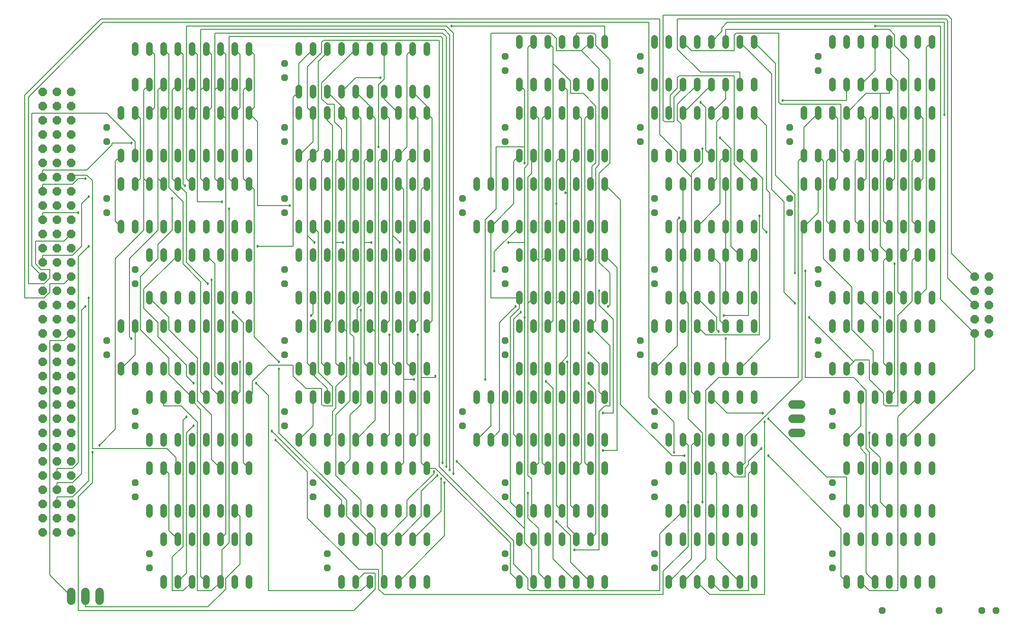
<source format=gbr>
G04 EAGLE Gerber RS-274X export*
G75*
%MOMM*%
%FSLAX34Y34*%
%LPD*%
%INBottom Copper*%
%IPPOS*%
%AMOC8*
5,1,8,0,0,1.08239X$1,22.5*%
G01*
%ADD10C,1.219200*%
%ADD11P,1.319650X8X112.500000*%
%ADD12P,1.649562X8X292.500000*%
%ADD13P,1.649562X8X202.500000*%
%ADD14P,1.319650X8X202.500000*%
%ADD15P,1.319650X8X22.500000*%
%ADD16C,1.524000*%
%ADD17C,0.127000*%
%ADD18C,0.457200*%


D10*
X1168400Y717804D02*
X1168400Y729996D01*
X1193800Y729996D02*
X1193800Y717804D01*
X1320800Y717804D02*
X1320800Y729996D01*
X1320800Y794004D02*
X1320800Y806196D01*
X1219200Y729996D02*
X1219200Y717804D01*
X1244600Y717804D02*
X1244600Y729996D01*
X1295400Y729996D02*
X1295400Y717804D01*
X1270000Y717804D02*
X1270000Y729996D01*
X1295400Y794004D02*
X1295400Y806196D01*
X1270000Y806196D02*
X1270000Y794004D01*
X1244600Y794004D02*
X1244600Y806196D01*
X1219200Y806196D02*
X1219200Y794004D01*
X1193800Y794004D02*
X1193800Y806196D01*
X1168400Y806196D02*
X1168400Y794004D01*
X1168400Y602996D02*
X1168400Y590804D01*
X1193800Y590804D02*
X1193800Y602996D01*
X1320800Y602996D02*
X1320800Y590804D01*
X1320800Y667004D02*
X1320800Y679196D01*
X1219200Y602996D02*
X1219200Y590804D01*
X1244600Y590804D02*
X1244600Y602996D01*
X1295400Y602996D02*
X1295400Y590804D01*
X1270000Y590804D02*
X1270000Y602996D01*
X1295400Y667004D02*
X1295400Y679196D01*
X1270000Y679196D02*
X1270000Y667004D01*
X1244600Y667004D02*
X1244600Y679196D01*
X1219200Y679196D02*
X1219200Y667004D01*
X1193800Y667004D02*
X1193800Y679196D01*
X1168400Y679196D02*
X1168400Y667004D01*
X1409700Y717804D02*
X1409700Y729996D01*
X1435100Y729996D02*
X1435100Y717804D01*
X1562100Y717804D02*
X1562100Y729996D01*
X1587500Y729996D02*
X1587500Y717804D01*
X1460500Y717804D02*
X1460500Y729996D01*
X1485900Y729996D02*
X1485900Y717804D01*
X1536700Y717804D02*
X1536700Y729996D01*
X1511300Y729996D02*
X1511300Y717804D01*
X1612900Y717804D02*
X1612900Y729996D01*
X1638300Y729996D02*
X1638300Y717804D01*
X1638300Y794004D02*
X1638300Y806196D01*
X1612900Y806196D02*
X1612900Y794004D01*
X1587500Y794004D02*
X1587500Y806196D01*
X1562100Y806196D02*
X1562100Y794004D01*
X1536700Y794004D02*
X1536700Y806196D01*
X1511300Y806196D02*
X1511300Y794004D01*
X1485900Y794004D02*
X1485900Y806196D01*
X1460500Y806196D02*
X1460500Y794004D01*
X1435100Y794004D02*
X1435100Y806196D01*
X1409700Y806196D02*
X1409700Y794004D01*
X241300Y602996D02*
X241300Y590804D01*
X266700Y590804D02*
X266700Y602996D01*
X393700Y602996D02*
X393700Y590804D01*
X419100Y590804D02*
X419100Y602996D01*
X292100Y602996D02*
X292100Y590804D01*
X317500Y590804D02*
X317500Y602996D01*
X368300Y602996D02*
X368300Y590804D01*
X342900Y590804D02*
X342900Y602996D01*
X419100Y667004D02*
X419100Y679196D01*
X393700Y679196D02*
X393700Y667004D01*
X368300Y667004D02*
X368300Y679196D01*
X342900Y679196D02*
X342900Y667004D01*
X317500Y667004D02*
X317500Y679196D01*
X292100Y679196D02*
X292100Y667004D01*
X266700Y667004D02*
X266700Y679196D01*
X241300Y679196D02*
X241300Y667004D01*
X266700Y94996D02*
X266700Y82804D01*
X292100Y82804D02*
X292100Y94996D01*
X419100Y94996D02*
X419100Y82804D01*
X419100Y159004D02*
X419100Y171196D01*
X317500Y94996D02*
X317500Y82804D01*
X342900Y82804D02*
X342900Y94996D01*
X393700Y94996D02*
X393700Y82804D01*
X368300Y82804D02*
X368300Y94996D01*
X393700Y159004D02*
X393700Y171196D01*
X368300Y171196D02*
X368300Y159004D01*
X342900Y159004D02*
X342900Y171196D01*
X317500Y171196D02*
X317500Y159004D01*
X292100Y159004D02*
X292100Y171196D01*
X266700Y171196D02*
X266700Y159004D01*
X190500Y463804D02*
X190500Y475996D01*
X215900Y475996D02*
X215900Y463804D01*
X342900Y463804D02*
X342900Y475996D01*
X368300Y475996D02*
X368300Y463804D01*
X241300Y463804D02*
X241300Y475996D01*
X266700Y475996D02*
X266700Y463804D01*
X317500Y463804D02*
X317500Y475996D01*
X292100Y475996D02*
X292100Y463804D01*
X393700Y463804D02*
X393700Y475996D01*
X419100Y475996D02*
X419100Y463804D01*
X419100Y540004D02*
X419100Y552196D01*
X393700Y552196D02*
X393700Y540004D01*
X368300Y540004D02*
X368300Y552196D01*
X342900Y552196D02*
X342900Y540004D01*
X317500Y540004D02*
X317500Y552196D01*
X292100Y552196D02*
X292100Y540004D01*
X266700Y540004D02*
X266700Y552196D01*
X241300Y552196D02*
X241300Y540004D01*
X215900Y540004D02*
X215900Y552196D01*
X190500Y552196D02*
X190500Y540004D01*
X508000Y475996D02*
X508000Y463804D01*
X533400Y463804D02*
X533400Y475996D01*
X660400Y475996D02*
X660400Y463804D01*
X685800Y463804D02*
X685800Y475996D01*
X558800Y475996D02*
X558800Y463804D01*
X584200Y463804D02*
X584200Y475996D01*
X635000Y475996D02*
X635000Y463804D01*
X609600Y463804D02*
X609600Y475996D01*
X711200Y475996D02*
X711200Y463804D01*
X736600Y463804D02*
X736600Y475996D01*
X736600Y540004D02*
X736600Y552196D01*
X711200Y552196D02*
X711200Y540004D01*
X685800Y540004D02*
X685800Y552196D01*
X660400Y552196D02*
X660400Y540004D01*
X635000Y540004D02*
X635000Y552196D01*
X609600Y552196D02*
X609600Y540004D01*
X584200Y540004D02*
X584200Y552196D01*
X558800Y552196D02*
X558800Y540004D01*
X533400Y540004D02*
X533400Y552196D01*
X508000Y552196D02*
X508000Y540004D01*
X508000Y844804D02*
X508000Y856996D01*
X533400Y856996D02*
X533400Y844804D01*
X660400Y844804D02*
X660400Y856996D01*
X685800Y856996D02*
X685800Y844804D01*
X558800Y844804D02*
X558800Y856996D01*
X584200Y856996D02*
X584200Y844804D01*
X635000Y844804D02*
X635000Y856996D01*
X609600Y856996D02*
X609600Y844804D01*
X711200Y844804D02*
X711200Y856996D01*
X736600Y856996D02*
X736600Y844804D01*
X736600Y921004D02*
X736600Y933196D01*
X711200Y933196D02*
X711200Y921004D01*
X685800Y921004D02*
X685800Y933196D01*
X660400Y933196D02*
X660400Y921004D01*
X635000Y921004D02*
X635000Y933196D01*
X609600Y933196D02*
X609600Y921004D01*
X584200Y921004D02*
X584200Y933196D01*
X558800Y933196D02*
X558800Y921004D01*
X533400Y921004D02*
X533400Y933196D01*
X508000Y933196D02*
X508000Y921004D01*
X825500Y729996D02*
X825500Y717804D01*
X850900Y717804D02*
X850900Y729996D01*
X977900Y729996D02*
X977900Y717804D01*
X1003300Y717804D02*
X1003300Y729996D01*
X876300Y729996D02*
X876300Y717804D01*
X901700Y717804D02*
X901700Y729996D01*
X952500Y729996D02*
X952500Y717804D01*
X927100Y717804D02*
X927100Y729996D01*
X1028700Y729996D02*
X1028700Y717804D01*
X1054100Y717804D02*
X1054100Y729996D01*
X1054100Y794004D02*
X1054100Y806196D01*
X1028700Y806196D02*
X1028700Y794004D01*
X1003300Y794004D02*
X1003300Y806196D01*
X977900Y806196D02*
X977900Y794004D01*
X952500Y794004D02*
X952500Y806196D01*
X927100Y806196D02*
X927100Y794004D01*
X901700Y794004D02*
X901700Y806196D01*
X876300Y806196D02*
X876300Y794004D01*
X850900Y794004D02*
X850900Y806196D01*
X825500Y806196D02*
X825500Y794004D01*
X508000Y602996D02*
X508000Y590804D01*
X533400Y590804D02*
X533400Y602996D01*
X660400Y602996D02*
X660400Y590804D01*
X685800Y590804D02*
X685800Y602996D01*
X558800Y602996D02*
X558800Y590804D01*
X584200Y590804D02*
X584200Y602996D01*
X635000Y602996D02*
X635000Y590804D01*
X609600Y590804D02*
X609600Y602996D01*
X711200Y602996D02*
X711200Y590804D01*
X736600Y590804D02*
X736600Y602996D01*
X736600Y667004D02*
X736600Y679196D01*
X711200Y679196D02*
X711200Y667004D01*
X685800Y667004D02*
X685800Y679196D01*
X660400Y679196D02*
X660400Y667004D01*
X635000Y667004D02*
X635000Y679196D01*
X609600Y679196D02*
X609600Y667004D01*
X584200Y667004D02*
X584200Y679196D01*
X558800Y679196D02*
X558800Y667004D01*
X533400Y667004D02*
X533400Y679196D01*
X508000Y679196D02*
X508000Y667004D01*
X508000Y717804D02*
X508000Y729996D01*
X533400Y729996D02*
X533400Y717804D01*
X660400Y717804D02*
X660400Y729996D01*
X685800Y729996D02*
X685800Y717804D01*
X558800Y717804D02*
X558800Y729996D01*
X584200Y729996D02*
X584200Y717804D01*
X635000Y717804D02*
X635000Y729996D01*
X609600Y729996D02*
X609600Y717804D01*
X711200Y717804D02*
X711200Y729996D01*
X736600Y729996D02*
X736600Y717804D01*
X736600Y794004D02*
X736600Y806196D01*
X711200Y806196D02*
X711200Y794004D01*
X685800Y794004D02*
X685800Y806196D01*
X660400Y806196D02*
X660400Y794004D01*
X635000Y794004D02*
X635000Y806196D01*
X609600Y806196D02*
X609600Y794004D01*
X584200Y794004D02*
X584200Y806196D01*
X558800Y806196D02*
X558800Y794004D01*
X533400Y794004D02*
X533400Y806196D01*
X508000Y806196D02*
X508000Y794004D01*
X241300Y348996D02*
X241300Y336804D01*
X266700Y336804D02*
X266700Y348996D01*
X393700Y348996D02*
X393700Y336804D01*
X419100Y336804D02*
X419100Y348996D01*
X292100Y348996D02*
X292100Y336804D01*
X317500Y336804D02*
X317500Y348996D01*
X368300Y348996D02*
X368300Y336804D01*
X342900Y336804D02*
X342900Y348996D01*
X419100Y413004D02*
X419100Y425196D01*
X393700Y425196D02*
X393700Y413004D01*
X368300Y413004D02*
X368300Y425196D01*
X342900Y425196D02*
X342900Y413004D01*
X317500Y413004D02*
X317500Y425196D01*
X292100Y425196D02*
X292100Y413004D01*
X266700Y413004D02*
X266700Y425196D01*
X241300Y425196D02*
X241300Y413004D01*
X558800Y221996D02*
X558800Y209804D01*
X584200Y209804D02*
X584200Y221996D01*
X711200Y221996D02*
X711200Y209804D01*
X736600Y209804D02*
X736600Y221996D01*
X609600Y221996D02*
X609600Y209804D01*
X635000Y209804D02*
X635000Y221996D01*
X685800Y221996D02*
X685800Y209804D01*
X660400Y209804D02*
X660400Y221996D01*
X736600Y286004D02*
X736600Y298196D01*
X711200Y298196D02*
X711200Y286004D01*
X685800Y286004D02*
X685800Y298196D01*
X660400Y298196D02*
X660400Y286004D01*
X635000Y286004D02*
X635000Y298196D01*
X609600Y298196D02*
X609600Y286004D01*
X584200Y286004D02*
X584200Y298196D01*
X558800Y298196D02*
X558800Y286004D01*
X1168400Y221996D02*
X1168400Y209804D01*
X1193800Y209804D02*
X1193800Y221996D01*
X1320800Y221996D02*
X1320800Y209804D01*
X1320800Y286004D02*
X1320800Y298196D01*
X1219200Y221996D02*
X1219200Y209804D01*
X1244600Y209804D02*
X1244600Y221996D01*
X1295400Y221996D02*
X1295400Y209804D01*
X1270000Y209804D02*
X1270000Y221996D01*
X1295400Y286004D02*
X1295400Y298196D01*
X1270000Y298196D02*
X1270000Y286004D01*
X1244600Y286004D02*
X1244600Y298196D01*
X1219200Y298196D02*
X1219200Y286004D01*
X1193800Y286004D02*
X1193800Y298196D01*
X1168400Y298196D02*
X1168400Y286004D01*
X1485900Y94996D02*
X1485900Y82804D01*
X1511300Y82804D02*
X1511300Y94996D01*
X1638300Y94996D02*
X1638300Y82804D01*
X1638300Y159004D02*
X1638300Y171196D01*
X1536700Y94996D02*
X1536700Y82804D01*
X1562100Y82804D02*
X1562100Y94996D01*
X1612900Y94996D02*
X1612900Y82804D01*
X1587500Y82804D02*
X1587500Y94996D01*
X1612900Y159004D02*
X1612900Y171196D01*
X1587500Y171196D02*
X1587500Y159004D01*
X1562100Y159004D02*
X1562100Y171196D01*
X1536700Y171196D02*
X1536700Y159004D01*
X1511300Y159004D02*
X1511300Y171196D01*
X1485900Y171196D02*
X1485900Y159004D01*
X241300Y209804D02*
X241300Y221996D01*
X266700Y221996D02*
X266700Y209804D01*
X393700Y209804D02*
X393700Y221996D01*
X419100Y221996D02*
X419100Y209804D01*
X292100Y209804D02*
X292100Y221996D01*
X317500Y221996D02*
X317500Y209804D01*
X368300Y209804D02*
X368300Y221996D01*
X342900Y221996D02*
X342900Y209804D01*
X419100Y286004D02*
X419100Y298196D01*
X393700Y298196D02*
X393700Y286004D01*
X368300Y286004D02*
X368300Y298196D01*
X342900Y298196D02*
X342900Y286004D01*
X317500Y286004D02*
X317500Y298196D01*
X292100Y298196D02*
X292100Y286004D01*
X266700Y286004D02*
X266700Y298196D01*
X241300Y298196D02*
X241300Y286004D01*
X584200Y94996D02*
X584200Y82804D01*
X609600Y82804D02*
X609600Y94996D01*
X736600Y94996D02*
X736600Y82804D01*
X736600Y159004D02*
X736600Y171196D01*
X635000Y94996D02*
X635000Y82804D01*
X660400Y82804D02*
X660400Y94996D01*
X711200Y94996D02*
X711200Y82804D01*
X685800Y82804D02*
X685800Y94996D01*
X711200Y159004D02*
X711200Y171196D01*
X685800Y171196D02*
X685800Y159004D01*
X660400Y159004D02*
X660400Y171196D01*
X635000Y171196D02*
X635000Y159004D01*
X609600Y159004D02*
X609600Y171196D01*
X584200Y171196D02*
X584200Y159004D01*
X215900Y971804D02*
X215900Y983996D01*
X241300Y983996D02*
X241300Y971804D01*
X266700Y971804D02*
X266700Y983996D01*
X292100Y983996D02*
X292100Y971804D01*
X317500Y971804D02*
X317500Y983996D01*
X342900Y983996D02*
X342900Y971804D01*
X368300Y971804D02*
X368300Y983996D01*
X393700Y983996D02*
X393700Y971804D01*
X419100Y971804D02*
X419100Y983996D01*
X215900Y1035304D02*
X215900Y1047496D01*
X241300Y1047496D02*
X241300Y1035304D01*
X266700Y1035304D02*
X266700Y1047496D01*
X292100Y1047496D02*
X292100Y1035304D01*
X317500Y1035304D02*
X317500Y1047496D01*
X342900Y1047496D02*
X342900Y1035304D01*
X368300Y1035304D02*
X368300Y1047496D01*
X393700Y1047496D02*
X393700Y1035304D01*
X419100Y1035304D02*
X419100Y1047496D01*
X190500Y856996D02*
X190500Y844804D01*
X215900Y844804D02*
X215900Y856996D01*
X342900Y856996D02*
X342900Y844804D01*
X368300Y844804D02*
X368300Y856996D01*
X241300Y856996D02*
X241300Y844804D01*
X266700Y844804D02*
X266700Y856996D01*
X317500Y856996D02*
X317500Y844804D01*
X292100Y844804D02*
X292100Y856996D01*
X393700Y856996D02*
X393700Y844804D01*
X419100Y844804D02*
X419100Y856996D01*
X419100Y921004D02*
X419100Y933196D01*
X393700Y933196D02*
X393700Y921004D01*
X368300Y921004D02*
X368300Y933196D01*
X342900Y933196D02*
X342900Y921004D01*
X317500Y921004D02*
X317500Y933196D01*
X292100Y933196D02*
X292100Y921004D01*
X266700Y921004D02*
X266700Y933196D01*
X241300Y933196D02*
X241300Y921004D01*
X215900Y921004D02*
X215900Y933196D01*
X190500Y933196D02*
X190500Y921004D01*
X190500Y729996D02*
X190500Y717804D01*
X215900Y717804D02*
X215900Y729996D01*
X342900Y729996D02*
X342900Y717804D01*
X368300Y717804D02*
X368300Y729996D01*
X241300Y729996D02*
X241300Y717804D01*
X266700Y717804D02*
X266700Y729996D01*
X317500Y729996D02*
X317500Y717804D01*
X292100Y717804D02*
X292100Y729996D01*
X393700Y729996D02*
X393700Y717804D01*
X419100Y717804D02*
X419100Y729996D01*
X419100Y794004D02*
X419100Y806196D01*
X393700Y806196D02*
X393700Y794004D01*
X368300Y794004D02*
X368300Y806196D01*
X342900Y806196D02*
X342900Y794004D01*
X317500Y794004D02*
X317500Y806196D01*
X292100Y806196D02*
X292100Y794004D01*
X266700Y794004D02*
X266700Y806196D01*
X241300Y806196D02*
X241300Y794004D01*
X215900Y794004D02*
X215900Y806196D01*
X190500Y806196D02*
X190500Y794004D01*
X1143000Y844804D02*
X1143000Y856996D01*
X1168400Y856996D02*
X1168400Y844804D01*
X1295400Y844804D02*
X1295400Y856996D01*
X1320800Y856996D02*
X1320800Y844804D01*
X1193800Y844804D02*
X1193800Y856996D01*
X1219200Y856996D02*
X1219200Y844804D01*
X1270000Y844804D02*
X1270000Y856996D01*
X1244600Y856996D02*
X1244600Y844804D01*
X1320800Y921004D02*
X1320800Y933196D01*
X1295400Y933196D02*
X1295400Y921004D01*
X1270000Y921004D02*
X1270000Y933196D01*
X1244600Y933196D02*
X1244600Y921004D01*
X1219200Y921004D02*
X1219200Y933196D01*
X1193800Y933196D02*
X1193800Y921004D01*
X1168400Y921004D02*
X1168400Y933196D01*
X1143000Y933196D02*
X1143000Y921004D01*
X1143000Y475996D02*
X1143000Y463804D01*
X1168400Y463804D02*
X1168400Y475996D01*
X1295400Y475996D02*
X1295400Y463804D01*
X1320800Y463804D02*
X1320800Y475996D01*
X1193800Y475996D02*
X1193800Y463804D01*
X1219200Y463804D02*
X1219200Y475996D01*
X1270000Y475996D02*
X1270000Y463804D01*
X1244600Y463804D02*
X1244600Y475996D01*
X1320800Y540004D02*
X1320800Y552196D01*
X1295400Y552196D02*
X1295400Y540004D01*
X1270000Y540004D02*
X1270000Y552196D01*
X1244600Y552196D02*
X1244600Y540004D01*
X1219200Y540004D02*
X1219200Y552196D01*
X1193800Y552196D02*
X1193800Y540004D01*
X1168400Y540004D02*
X1168400Y552196D01*
X1143000Y552196D02*
X1143000Y540004D01*
X1143000Y971804D02*
X1143000Y983996D01*
X1168400Y983996D02*
X1168400Y971804D01*
X1295400Y971804D02*
X1295400Y983996D01*
X1320800Y983996D02*
X1320800Y971804D01*
X1193800Y971804D02*
X1193800Y983996D01*
X1219200Y983996D02*
X1219200Y971804D01*
X1270000Y971804D02*
X1270000Y983996D01*
X1244600Y983996D02*
X1244600Y971804D01*
X1320800Y1048004D02*
X1320800Y1060196D01*
X1295400Y1060196D02*
X1295400Y1048004D01*
X1270000Y1048004D02*
X1270000Y1060196D01*
X1244600Y1060196D02*
X1244600Y1048004D01*
X1219200Y1048004D02*
X1219200Y1060196D01*
X1193800Y1060196D02*
X1193800Y1048004D01*
X1168400Y1048004D02*
X1168400Y1060196D01*
X1143000Y1060196D02*
X1143000Y1048004D01*
X1460500Y602996D02*
X1460500Y590804D01*
X1485900Y590804D02*
X1485900Y602996D01*
X1612900Y602996D02*
X1612900Y590804D01*
X1638300Y590804D02*
X1638300Y602996D01*
X1511300Y602996D02*
X1511300Y590804D01*
X1536700Y590804D02*
X1536700Y602996D01*
X1587500Y602996D02*
X1587500Y590804D01*
X1562100Y590804D02*
X1562100Y602996D01*
X1638300Y667004D02*
X1638300Y679196D01*
X1612900Y679196D02*
X1612900Y667004D01*
X1587500Y667004D02*
X1587500Y679196D01*
X1562100Y679196D02*
X1562100Y667004D01*
X1536700Y667004D02*
X1536700Y679196D01*
X1511300Y679196D02*
X1511300Y667004D01*
X1485900Y667004D02*
X1485900Y679196D01*
X1460500Y679196D02*
X1460500Y667004D01*
X1409700Y844804D02*
X1409700Y856996D01*
X1435100Y856996D02*
X1435100Y844804D01*
X1562100Y844804D02*
X1562100Y856996D01*
X1587500Y856996D02*
X1587500Y844804D01*
X1460500Y844804D02*
X1460500Y856996D01*
X1485900Y856996D02*
X1485900Y844804D01*
X1536700Y844804D02*
X1536700Y856996D01*
X1511300Y856996D02*
X1511300Y844804D01*
X1612900Y844804D02*
X1612900Y856996D01*
X1638300Y856996D02*
X1638300Y844804D01*
X1638300Y921004D02*
X1638300Y933196D01*
X1612900Y933196D02*
X1612900Y921004D01*
X1587500Y921004D02*
X1587500Y933196D01*
X1562100Y933196D02*
X1562100Y921004D01*
X1536700Y921004D02*
X1536700Y933196D01*
X1511300Y933196D02*
X1511300Y921004D01*
X1485900Y921004D02*
X1485900Y933196D01*
X1460500Y933196D02*
X1460500Y921004D01*
X1435100Y921004D02*
X1435100Y933196D01*
X1409700Y933196D02*
X1409700Y921004D01*
X1460500Y971804D02*
X1460500Y983996D01*
X1485900Y983996D02*
X1485900Y971804D01*
X1612900Y971804D02*
X1612900Y983996D01*
X1638300Y983996D02*
X1638300Y971804D01*
X1511300Y971804D02*
X1511300Y983996D01*
X1536700Y983996D02*
X1536700Y971804D01*
X1587500Y971804D02*
X1587500Y983996D01*
X1562100Y983996D02*
X1562100Y971804D01*
X1638300Y1048004D02*
X1638300Y1060196D01*
X1612900Y1060196D02*
X1612900Y1048004D01*
X1587500Y1048004D02*
X1587500Y1060196D01*
X1562100Y1060196D02*
X1562100Y1048004D01*
X1536700Y1048004D02*
X1536700Y1060196D01*
X1511300Y1060196D02*
X1511300Y1048004D01*
X1485900Y1048004D02*
X1485900Y1060196D01*
X1460500Y1060196D02*
X1460500Y1048004D01*
D11*
X876300Y495300D03*
X876300Y520700D03*
X1143000Y114300D03*
X1143000Y139700D03*
X215900Y622300D03*
X215900Y647700D03*
X1384300Y876300D03*
X1384300Y901700D03*
X1117600Y495300D03*
X1117600Y520700D03*
X1143000Y368300D03*
X1143000Y393700D03*
X241300Y114300D03*
X241300Y139700D03*
X482600Y495300D03*
X482600Y520700D03*
X215900Y241300D03*
X215900Y266700D03*
X1117600Y876300D03*
X1117600Y901700D03*
X800100Y749300D03*
X800100Y774700D03*
X1460500Y368300D03*
X1460500Y393700D03*
X1435100Y1003300D03*
X1435100Y1028700D03*
X1117600Y1003300D03*
X1117600Y1028700D03*
X1460500Y241300D03*
X1460500Y266700D03*
X482600Y368300D03*
X482600Y393700D03*
X215900Y368300D03*
X215900Y393700D03*
X482600Y876300D03*
X482600Y901700D03*
X876300Y1003300D03*
X876300Y1028700D03*
X1143000Y241300D03*
X1143000Y266700D03*
X876300Y876300D03*
X876300Y901700D03*
X1460500Y114300D03*
X1460500Y139700D03*
X533400Y241300D03*
X533400Y266700D03*
X165100Y749300D03*
X165100Y774700D03*
X165100Y876300D03*
X165100Y901700D03*
X1384300Y749300D03*
X1384300Y774700D03*
X1435100Y622300D03*
X1435100Y647700D03*
X1143000Y749300D03*
X1143000Y774700D03*
X1143000Y622300D03*
X1143000Y647700D03*
X1435100Y495300D03*
X1435100Y520700D03*
X876300Y241300D03*
X876300Y266700D03*
X876300Y114300D03*
X876300Y139700D03*
X558800Y114300D03*
X558800Y139700D03*
X482600Y990600D03*
X482600Y1016000D03*
X876300Y622300D03*
X876300Y647700D03*
X165100Y495300D03*
X165100Y520700D03*
X800100Y368300D03*
X800100Y393700D03*
D10*
X901700Y221996D02*
X901700Y209804D01*
X927100Y209804D02*
X927100Y221996D01*
X1054100Y221996D02*
X1054100Y209804D01*
X1054100Y286004D02*
X1054100Y298196D01*
X952500Y221996D02*
X952500Y209804D01*
X977900Y209804D02*
X977900Y221996D01*
X1028700Y221996D02*
X1028700Y209804D01*
X1003300Y209804D02*
X1003300Y221996D01*
X1028700Y286004D02*
X1028700Y298196D01*
X1003300Y298196D02*
X1003300Y286004D01*
X977900Y286004D02*
X977900Y298196D01*
X952500Y298196D02*
X952500Y286004D01*
X927100Y286004D02*
X927100Y298196D01*
X901700Y298196D02*
X901700Y286004D01*
X901700Y94996D02*
X901700Y82804D01*
X927100Y82804D02*
X927100Y94996D01*
X1054100Y94996D02*
X1054100Y82804D01*
X1054100Y159004D02*
X1054100Y171196D01*
X952500Y94996D02*
X952500Y82804D01*
X977900Y82804D02*
X977900Y94996D01*
X1028700Y94996D02*
X1028700Y82804D01*
X1003300Y82804D02*
X1003300Y94996D01*
X1028700Y159004D02*
X1028700Y171196D01*
X1003300Y171196D02*
X1003300Y159004D01*
X977900Y159004D02*
X977900Y171196D01*
X952500Y171196D02*
X952500Y159004D01*
X927100Y159004D02*
X927100Y171196D01*
X901700Y171196D02*
X901700Y159004D01*
X901700Y844804D02*
X901700Y856996D01*
X927100Y856996D02*
X927100Y844804D01*
X1054100Y844804D02*
X1054100Y856996D01*
X1054100Y921004D02*
X1054100Y933196D01*
X952500Y856996D02*
X952500Y844804D01*
X977900Y844804D02*
X977900Y856996D01*
X1028700Y856996D02*
X1028700Y844804D01*
X1003300Y844804D02*
X1003300Y856996D01*
X1028700Y921004D02*
X1028700Y933196D01*
X1003300Y933196D02*
X1003300Y921004D01*
X977900Y921004D02*
X977900Y933196D01*
X952500Y933196D02*
X952500Y921004D01*
X927100Y921004D02*
X927100Y933196D01*
X901700Y933196D02*
X901700Y921004D01*
X508000Y348996D02*
X508000Y336804D01*
X533400Y336804D02*
X533400Y348996D01*
X660400Y348996D02*
X660400Y336804D01*
X685800Y336804D02*
X685800Y348996D01*
X558800Y348996D02*
X558800Y336804D01*
X584200Y336804D02*
X584200Y348996D01*
X635000Y348996D02*
X635000Y336804D01*
X609600Y336804D02*
X609600Y348996D01*
X711200Y348996D02*
X711200Y336804D01*
X736600Y336804D02*
X736600Y348996D01*
X736600Y413004D02*
X736600Y425196D01*
X711200Y425196D02*
X711200Y413004D01*
X685800Y413004D02*
X685800Y425196D01*
X660400Y425196D02*
X660400Y413004D01*
X635000Y413004D02*
X635000Y425196D01*
X609600Y425196D02*
X609600Y413004D01*
X584200Y413004D02*
X584200Y425196D01*
X558800Y425196D02*
X558800Y413004D01*
X533400Y413004D02*
X533400Y425196D01*
X508000Y425196D02*
X508000Y413004D01*
X825500Y348996D02*
X825500Y336804D01*
X850900Y336804D02*
X850900Y348996D01*
X977900Y348996D02*
X977900Y336804D01*
X1003300Y336804D02*
X1003300Y348996D01*
X876300Y348996D02*
X876300Y336804D01*
X901700Y336804D02*
X901700Y348996D01*
X952500Y348996D02*
X952500Y336804D01*
X927100Y336804D02*
X927100Y348996D01*
X1028700Y348996D02*
X1028700Y336804D01*
X1054100Y336804D02*
X1054100Y348996D01*
X1054100Y413004D02*
X1054100Y425196D01*
X1028700Y425196D02*
X1028700Y413004D01*
X1003300Y413004D02*
X1003300Y425196D01*
X977900Y425196D02*
X977900Y413004D01*
X952500Y413004D02*
X952500Y425196D01*
X927100Y425196D02*
X927100Y413004D01*
X901700Y413004D02*
X901700Y425196D01*
X876300Y425196D02*
X876300Y413004D01*
X850900Y413004D02*
X850900Y425196D01*
X825500Y425196D02*
X825500Y413004D01*
X508000Y959104D02*
X508000Y971296D01*
X533400Y971296D02*
X533400Y959104D01*
X660400Y959104D02*
X660400Y971296D01*
X685800Y971296D02*
X685800Y959104D01*
X558800Y959104D02*
X558800Y971296D01*
X584200Y971296D02*
X584200Y959104D01*
X635000Y959104D02*
X635000Y971296D01*
X609600Y971296D02*
X609600Y959104D01*
X711200Y959104D02*
X711200Y971296D01*
X736600Y971296D02*
X736600Y959104D01*
X736600Y1035304D02*
X736600Y1047496D01*
X711200Y1047496D02*
X711200Y1035304D01*
X685800Y1035304D02*
X685800Y1047496D01*
X660400Y1047496D02*
X660400Y1035304D01*
X635000Y1035304D02*
X635000Y1047496D01*
X609600Y1047496D02*
X609600Y1035304D01*
X584200Y1035304D02*
X584200Y1047496D01*
X558800Y1047496D02*
X558800Y1035304D01*
X533400Y1035304D02*
X533400Y1047496D01*
X508000Y1047496D02*
X508000Y1035304D01*
X901700Y602996D02*
X901700Y590804D01*
X927100Y590804D02*
X927100Y602996D01*
X1054100Y602996D02*
X1054100Y590804D01*
X1054100Y667004D02*
X1054100Y679196D01*
X952500Y602996D02*
X952500Y590804D01*
X977900Y590804D02*
X977900Y602996D01*
X1028700Y602996D02*
X1028700Y590804D01*
X1003300Y590804D02*
X1003300Y602996D01*
X1028700Y667004D02*
X1028700Y679196D01*
X1003300Y679196D02*
X1003300Y667004D01*
X977900Y667004D02*
X977900Y679196D01*
X952500Y679196D02*
X952500Y667004D01*
X927100Y667004D02*
X927100Y679196D01*
X901700Y679196D02*
X901700Y667004D01*
X901700Y475996D02*
X901700Y463804D01*
X927100Y463804D02*
X927100Y475996D01*
X1054100Y475996D02*
X1054100Y463804D01*
X1054100Y540004D02*
X1054100Y552196D01*
X952500Y475996D02*
X952500Y463804D01*
X977900Y463804D02*
X977900Y475996D01*
X1028700Y475996D02*
X1028700Y463804D01*
X1003300Y463804D02*
X1003300Y475996D01*
X1028700Y540004D02*
X1028700Y552196D01*
X1003300Y552196D02*
X1003300Y540004D01*
X977900Y540004D02*
X977900Y552196D01*
X952500Y552196D02*
X952500Y540004D01*
X927100Y540004D02*
X927100Y552196D01*
X901700Y552196D02*
X901700Y540004D01*
X901700Y971804D02*
X901700Y983996D01*
X927100Y983996D02*
X927100Y971804D01*
X1054100Y971804D02*
X1054100Y983996D01*
X1054100Y1048004D02*
X1054100Y1060196D01*
X952500Y983996D02*
X952500Y971804D01*
X977900Y971804D02*
X977900Y983996D01*
X1028700Y983996D02*
X1028700Y971804D01*
X1003300Y971804D02*
X1003300Y983996D01*
X1028700Y1048004D02*
X1028700Y1060196D01*
X1003300Y1060196D02*
X1003300Y1048004D01*
X977900Y1048004D02*
X977900Y1060196D01*
X952500Y1060196D02*
X952500Y1048004D01*
X927100Y1048004D02*
X927100Y1060196D01*
X901700Y1060196D02*
X901700Y1048004D01*
X1485900Y221996D02*
X1485900Y209804D01*
X1511300Y209804D02*
X1511300Y221996D01*
X1638300Y221996D02*
X1638300Y209804D01*
X1638300Y286004D02*
X1638300Y298196D01*
X1536700Y221996D02*
X1536700Y209804D01*
X1562100Y209804D02*
X1562100Y221996D01*
X1612900Y221996D02*
X1612900Y209804D01*
X1587500Y209804D02*
X1587500Y221996D01*
X1612900Y286004D02*
X1612900Y298196D01*
X1587500Y298196D02*
X1587500Y286004D01*
X1562100Y286004D02*
X1562100Y298196D01*
X1536700Y298196D02*
X1536700Y286004D01*
X1511300Y286004D02*
X1511300Y298196D01*
X1485900Y298196D02*
X1485900Y286004D01*
X1485900Y336804D02*
X1485900Y348996D01*
X1511300Y348996D02*
X1511300Y336804D01*
X1638300Y336804D02*
X1638300Y348996D01*
X1638300Y413004D02*
X1638300Y425196D01*
X1536700Y348996D02*
X1536700Y336804D01*
X1562100Y336804D02*
X1562100Y348996D01*
X1612900Y348996D02*
X1612900Y336804D01*
X1587500Y336804D02*
X1587500Y348996D01*
X1612900Y413004D02*
X1612900Y425196D01*
X1587500Y425196D02*
X1587500Y413004D01*
X1562100Y413004D02*
X1562100Y425196D01*
X1536700Y425196D02*
X1536700Y413004D01*
X1511300Y413004D02*
X1511300Y425196D01*
X1485900Y425196D02*
X1485900Y413004D01*
X1168400Y348996D02*
X1168400Y336804D01*
X1193800Y336804D02*
X1193800Y348996D01*
X1320800Y348996D02*
X1320800Y336804D01*
X1320800Y413004D02*
X1320800Y425196D01*
X1219200Y348996D02*
X1219200Y336804D01*
X1244600Y336804D02*
X1244600Y348996D01*
X1295400Y348996D02*
X1295400Y336804D01*
X1270000Y336804D02*
X1270000Y348996D01*
X1295400Y413004D02*
X1295400Y425196D01*
X1270000Y425196D02*
X1270000Y413004D01*
X1244600Y413004D02*
X1244600Y425196D01*
X1219200Y425196D02*
X1219200Y413004D01*
X1193800Y413004D02*
X1193800Y425196D01*
X1168400Y425196D02*
X1168400Y413004D01*
X1168400Y94996D02*
X1168400Y82804D01*
X1193800Y82804D02*
X1193800Y94996D01*
X1320800Y94996D02*
X1320800Y82804D01*
X1320800Y159004D02*
X1320800Y171196D01*
X1219200Y94996D02*
X1219200Y82804D01*
X1244600Y82804D02*
X1244600Y94996D01*
X1295400Y94996D02*
X1295400Y82804D01*
X1270000Y82804D02*
X1270000Y94996D01*
X1295400Y159004D02*
X1295400Y171196D01*
X1270000Y171196D02*
X1270000Y159004D01*
X1244600Y159004D02*
X1244600Y171196D01*
X1219200Y171196D02*
X1219200Y159004D01*
X1193800Y159004D02*
X1193800Y171196D01*
X1168400Y171196D02*
X1168400Y159004D01*
X1460500Y463804D02*
X1460500Y475996D01*
X1485900Y475996D02*
X1485900Y463804D01*
X1612900Y463804D02*
X1612900Y475996D01*
X1638300Y475996D02*
X1638300Y463804D01*
X1511300Y463804D02*
X1511300Y475996D01*
X1536700Y475996D02*
X1536700Y463804D01*
X1587500Y463804D02*
X1587500Y475996D01*
X1562100Y475996D02*
X1562100Y463804D01*
X1638300Y540004D02*
X1638300Y552196D01*
X1612900Y552196D02*
X1612900Y540004D01*
X1587500Y540004D02*
X1587500Y552196D01*
X1562100Y552196D02*
X1562100Y540004D01*
X1536700Y540004D02*
X1536700Y552196D01*
X1511300Y552196D02*
X1511300Y540004D01*
X1485900Y540004D02*
X1485900Y552196D01*
X1460500Y552196D02*
X1460500Y540004D01*
D11*
X482600Y749300D03*
X482600Y774700D03*
X482600Y622300D03*
X482600Y647700D03*
D12*
X1714500Y635000D03*
X1714500Y609600D03*
X1714500Y584200D03*
X1714500Y558800D03*
X1714500Y533400D03*
X1739900Y635000D03*
X1739900Y609600D03*
X1739900Y584200D03*
X1739900Y558800D03*
X1739900Y533400D03*
D13*
X50800Y177800D03*
X50800Y203200D03*
X50800Y228600D03*
X50800Y254000D03*
X50800Y279400D03*
X50800Y304800D03*
X50800Y330200D03*
X50800Y355600D03*
X50800Y381000D03*
X50800Y406400D03*
X50800Y431800D03*
X50800Y457200D03*
X50800Y482600D03*
X50800Y508000D03*
X50800Y533400D03*
X50800Y558800D03*
X76200Y177800D03*
X76200Y203200D03*
X76200Y228600D03*
X76200Y254000D03*
X76200Y279400D03*
X76200Y304800D03*
X76200Y330200D03*
X76200Y355600D03*
X76200Y381000D03*
X76200Y406400D03*
X76200Y431800D03*
X76200Y457200D03*
X76200Y482600D03*
X76200Y508000D03*
X76200Y533400D03*
X76200Y558800D03*
X101600Y177800D03*
X101600Y203200D03*
X101600Y228600D03*
X101600Y254000D03*
X101600Y279400D03*
X101600Y304800D03*
X101600Y330200D03*
X101600Y355600D03*
X101600Y381000D03*
X101600Y406400D03*
X101600Y431800D03*
X101600Y457200D03*
X101600Y482600D03*
X101600Y508000D03*
X101600Y533400D03*
X101600Y558800D03*
X50800Y584200D03*
X50800Y609600D03*
X50800Y635000D03*
X50800Y660400D03*
X50800Y685800D03*
X50800Y711200D03*
X50800Y736600D03*
X50800Y762000D03*
X50800Y787400D03*
X50800Y812800D03*
X50800Y838200D03*
X50800Y863600D03*
X50800Y889000D03*
X50800Y914400D03*
X50800Y939800D03*
X50800Y965200D03*
X76200Y584200D03*
X76200Y609600D03*
X76200Y635000D03*
X76200Y660400D03*
X76200Y685800D03*
X76200Y711200D03*
X76200Y736600D03*
X76200Y762000D03*
X76200Y787400D03*
X76200Y812800D03*
X76200Y838200D03*
X76200Y863600D03*
X76200Y889000D03*
X76200Y914400D03*
X76200Y939800D03*
X76200Y965200D03*
X101600Y584200D03*
X101600Y609600D03*
X101600Y635000D03*
X101600Y660400D03*
X101600Y685800D03*
X101600Y711200D03*
X101600Y736600D03*
X101600Y762000D03*
X101600Y787400D03*
X101600Y812800D03*
X101600Y838200D03*
X101600Y863600D03*
X101600Y889000D03*
X101600Y914400D03*
X101600Y939800D03*
X101600Y965200D03*
D14*
X1752600Y38100D03*
X1727200Y38100D03*
D15*
X1549400Y38100D03*
X1651000Y38100D03*
D16*
X101600Y55880D02*
X101600Y71120D01*
X127000Y71120D02*
X127000Y55880D01*
X152400Y55880D02*
X152400Y71120D01*
X1389380Y355600D02*
X1404620Y355600D01*
X1404620Y381000D02*
X1389380Y381000D01*
X1389380Y406400D02*
X1404620Y406400D01*
D17*
X536575Y466725D02*
X533400Y469900D01*
X536575Y466725D02*
X536575Y457200D01*
X558800Y434975D01*
X558800Y419100D01*
X1460500Y800100D02*
X1470025Y809625D01*
X1470025Y917575D01*
X1460500Y927100D01*
X542925Y860425D02*
X533400Y850900D01*
X542925Y860425D02*
X542925Y1019175D01*
X558800Y1035050D01*
X558800Y1041400D01*
X523875Y708025D02*
X536575Y695325D01*
X523875Y708025D02*
X523875Y841375D01*
X533400Y850900D01*
X523875Y479425D02*
X533400Y469900D01*
X523875Y479425D02*
X523875Y708025D01*
D18*
X536575Y695325D03*
D17*
X1511300Y800100D02*
X1520825Y809625D01*
X1520825Y917575D01*
X1511300Y927100D01*
X584200Y469900D02*
X574675Y479425D01*
X574675Y695325D02*
X574675Y841375D01*
X574675Y695325D02*
X574675Y479425D01*
X574675Y841375D02*
X584200Y850900D01*
X587375Y695325D02*
X574675Y695325D01*
X549275Y981075D02*
X609600Y1041400D01*
X549275Y981075D02*
X549275Y952500D01*
X558800Y942975D01*
X571500Y942975D01*
X571500Y911225D01*
X584200Y898525D01*
X584200Y850900D01*
D18*
X587375Y695325D03*
D17*
X1562100Y800100D02*
X1571625Y809625D01*
X1571625Y917575D01*
X1562100Y927100D01*
X635000Y850900D02*
X625475Y841375D01*
X625475Y695325D02*
X625475Y479425D01*
X625475Y695325D02*
X625475Y841375D01*
X625475Y479425D02*
X635000Y469900D01*
X638175Y695325D02*
X625475Y695325D01*
X660400Y987425D02*
X660400Y1041400D01*
X660400Y987425D02*
X650875Y977900D01*
X650875Y866775D01*
D18*
X638175Y695325D03*
X650875Y866775D03*
D17*
X1612900Y800100D02*
X1622425Y809625D01*
X1622425Y917575D01*
X1612900Y927100D01*
X701675Y866775D02*
X685800Y850900D01*
X701675Y866775D02*
X701675Y1031875D01*
X711200Y1041400D01*
X676275Y708025D02*
X688975Y695325D01*
X676275Y708025D02*
X676275Y841375D01*
X685800Y850900D01*
X676275Y479425D02*
X685800Y469900D01*
X676275Y479425D02*
X676275Y708025D01*
D18*
X688975Y695325D03*
D17*
X1603375Y733425D02*
X1612900Y723900D01*
X1603375Y733425D02*
X1603375Y841375D01*
X1612900Y850900D01*
X736600Y939800D02*
X711200Y965200D01*
X736600Y939800D02*
X736600Y927100D01*
X746125Y917575D01*
X746125Y555625D01*
X736600Y546100D01*
X720725Y352425D02*
X711200Y342900D01*
X720725Y352425D02*
X720725Y530225D01*
D18*
X720725Y530225D03*
D17*
X1552575Y733425D02*
X1562100Y723900D01*
X1552575Y733425D02*
X1552575Y841375D01*
X1562100Y850900D01*
X685800Y927100D02*
X660400Y952500D01*
X660400Y965200D01*
X669925Y352425D02*
X660400Y342900D01*
X669925Y352425D02*
X669925Y530225D01*
D18*
X669925Y530225D03*
D17*
X1501775Y733425D02*
X1511300Y723900D01*
X1501775Y733425D02*
X1501775Y841375D01*
X1511300Y850900D01*
X635000Y939800D02*
X609600Y965200D01*
X635000Y939800D02*
X635000Y927100D01*
X644525Y377825D02*
X609600Y342900D01*
X644525Y377825D02*
X644525Y536575D01*
X635000Y546100D01*
X644525Y917575D02*
X635000Y927100D01*
X644525Y917575D02*
X644525Y536575D01*
X1450975Y733425D02*
X1460500Y723900D01*
X1450975Y733425D02*
X1450975Y841375D01*
X1460500Y850900D01*
X584200Y939800D02*
X558800Y965200D01*
X584200Y939800D02*
X584200Y927100D01*
X568325Y352425D02*
X558800Y342900D01*
X568325Y352425D02*
X568325Y393700D01*
X574675Y400050D01*
X574675Y438150D01*
X593725Y457200D01*
X593725Y536575D01*
X584200Y546100D01*
X593725Y917575D02*
X584200Y927100D01*
X593725Y917575D02*
X593725Y536575D01*
X425450Y425450D02*
X419100Y419100D01*
X425450Y425450D02*
X425450Y447675D01*
X454025Y476250D01*
X498475Y476250D01*
X498475Y457200D01*
X520700Y434975D01*
X549275Y434975D01*
X549275Y406400D01*
X552450Y403225D01*
X568325Y403225D01*
X568325Y438150D01*
X542925Y463550D01*
X542925Y714375D01*
X533400Y723900D01*
X885825Y231775D02*
X901700Y215900D01*
X885825Y231775D02*
X885825Y561975D01*
X901700Y577850D01*
X901700Y596900D01*
X850900Y723900D02*
X892175Y765175D01*
X892175Y841375D01*
X901700Y850900D01*
X1225550Y946150D02*
X1235075Y936625D01*
X1235075Y860425D01*
X1244600Y850900D01*
X1673225Y676275D02*
X1714500Y635000D01*
X1673225Y676275D02*
X1673225Y1095375D01*
X1666875Y1101725D01*
X1158875Y1101725D01*
X1158875Y914400D01*
X1162050Y911225D01*
X1177925Y911225D01*
X1177925Y955675D01*
X1193800Y971550D01*
X1193800Y977900D01*
X901700Y596900D02*
X850900Y596900D01*
X850900Y723900D01*
D18*
X1225550Y946150D03*
D17*
X368300Y419100D02*
X352425Y434975D01*
X352425Y628650D01*
X1190625Y854075D02*
X1193800Y850900D01*
X1190625Y854075D02*
X1190625Y908050D01*
X1184275Y914400D01*
X1184275Y942975D01*
X1219200Y977900D01*
X968375Y225425D02*
X977900Y215900D01*
X968375Y225425D02*
X968375Y587375D01*
X977900Y596900D01*
X968375Y841375D02*
X977900Y850900D01*
X968375Y765175D02*
X968375Y587375D01*
X968375Y765175D02*
X968375Y841375D01*
D18*
X352425Y628650D03*
X968375Y765175D03*
D17*
X1244600Y927100D02*
X1270000Y952500D01*
X1270000Y977900D01*
X942975Y301625D02*
X952500Y292100D01*
X942975Y301625D02*
X942975Y663575D01*
X952500Y673100D01*
X942975Y917575D02*
X952500Y927100D01*
X942975Y917575D02*
X942975Y663575D01*
X752475Y292100D02*
X736600Y292100D01*
X752475Y292100D02*
X885825Y158750D01*
X885825Y104775D01*
X901700Y88900D01*
X727075Y790575D02*
X736600Y800100D01*
X727075Y454025D02*
X727075Y301625D01*
X727075Y454025D02*
X727075Y790575D01*
X727075Y301625D02*
X736600Y292100D01*
X952500Y546100D02*
X962025Y555625D01*
X962025Y1016000D02*
X962025Y1044575D01*
X962025Y1016000D02*
X962025Y555625D01*
X962025Y1044575D02*
X952500Y1054100D01*
X1031875Y803275D02*
X1028700Y800100D01*
X1031875Y803275D02*
X1031875Y831850D01*
X1038225Y838200D01*
X1038225Y939800D01*
X1016000Y962025D01*
X993775Y962025D01*
X993775Y984250D01*
X962025Y1016000D01*
X1666875Y631825D02*
X1714500Y584200D01*
X1666875Y631825D02*
X1666875Y1092200D01*
X1663700Y1095375D01*
X1184275Y1095375D01*
X1184275Y1041400D01*
X1225550Y1000125D01*
X1295400Y1000125D01*
X1295400Y977900D01*
X1511300Y596900D02*
X1546225Y561975D01*
X752475Y454025D02*
X727075Y454025D01*
X752475Y454025D02*
X752475Y457200D01*
D18*
X1546225Y561975D03*
X752475Y457200D03*
D17*
X911225Y866775D02*
X911225Y968375D01*
X911225Y866775D02*
X911225Y838200D01*
X911225Y968375D02*
X901700Y977900D01*
X695325Y790575D02*
X685800Y800100D01*
X695325Y450850D02*
X695325Y301625D01*
X695325Y450850D02*
X695325Y790575D01*
X695325Y301625D02*
X685800Y292100D01*
X695325Y450850D02*
X714375Y450850D01*
X860425Y866775D02*
X911225Y866775D01*
X860425Y866775D02*
X860425Y755650D01*
X841375Y736600D01*
X841375Y450850D01*
D18*
X911225Y838200D03*
X714375Y450850D03*
X841375Y450850D03*
D17*
X1000125Y146050D02*
X1044575Y146050D01*
X1044575Y393700D01*
X1054100Y403225D01*
X1063625Y403225D01*
X1063625Y511175D01*
X1028700Y546100D01*
X1562100Y1054100D02*
X1565275Y1050925D01*
X1565275Y996950D01*
X1577975Y984250D01*
X1577975Y606425D01*
X1587500Y596900D01*
X1028700Y1054100D02*
X1012825Y1038225D01*
X968375Y1038225D01*
X968375Y1060450D01*
X958850Y1069975D01*
X850900Y1069975D01*
X850900Y800100D01*
X1038225Y555625D02*
X1028700Y546100D01*
X1038225Y555625D02*
X1038225Y828675D01*
X1044575Y835025D01*
X1044575Y1006475D01*
X1012825Y1038225D01*
D18*
X1000125Y146050D03*
D17*
X927100Y215900D02*
X923925Y219075D01*
X923925Y273050D01*
X917575Y279400D01*
X917575Y587375D01*
X927100Y596900D01*
X923925Y847725D02*
X927100Y850900D01*
X923925Y847725D02*
X923925Y819150D01*
X917575Y812800D01*
X917575Y587375D01*
X307975Y104775D02*
X292100Y88900D01*
X307975Y104775D02*
X307975Y355600D01*
X320675Y368300D01*
X241300Y927100D02*
X250825Y936625D01*
X250825Y1031875D01*
X241300Y1041400D01*
X403225Y428625D02*
X393700Y419100D01*
X403225Y428625D02*
X403225Y482600D01*
X530225Y565150D02*
X533400Y568325D01*
X533400Y596900D01*
D18*
X320675Y368300D03*
X403225Y482600D03*
X530225Y565150D03*
D17*
X317500Y88900D02*
X301625Y73025D01*
X282575Y73025D01*
X282575Y133350D01*
X301625Y152400D01*
X301625Y377825D01*
X307975Y384175D01*
X276225Y1031875D02*
X266700Y1041400D01*
X276225Y1031875D02*
X276225Y936625D01*
X266700Y927100D01*
X333375Y428625D02*
X342900Y419100D01*
X333375Y428625D02*
X333375Y625475D01*
X301625Y657225D01*
X301625Y768350D01*
X276225Y793750D01*
X276225Y936625D01*
X993775Y225425D02*
X1003300Y215900D01*
X993775Y225425D02*
X993775Y587375D01*
X1003300Y596900D01*
X993775Y841375D02*
X1003300Y850900D01*
X993775Y841375D02*
X993775Y587375D01*
D18*
X307975Y384175D03*
D17*
X333375Y98425D02*
X342900Y88900D01*
X333375Y98425D02*
X333375Y396875D01*
X317500Y412750D01*
X317500Y419100D01*
X292100Y927100D02*
X301625Y936625D01*
X301625Y1031875D01*
X292100Y1041400D01*
X1012825Y301625D02*
X1003300Y292100D01*
X1012825Y301625D02*
X1012825Y663575D01*
X1003300Y673100D01*
X1012825Y917575D02*
X1003300Y927100D01*
X1012825Y917575D02*
X1012825Y663575D01*
X317500Y419100D02*
X276225Y460375D01*
X276225Y488950D01*
X225425Y539750D01*
X225425Y635000D01*
X257175Y666750D01*
X257175Y692150D01*
X282575Y717550D01*
X282575Y774700D01*
X304800Y796925D02*
X301625Y800100D01*
X301625Y936625D01*
D18*
X282575Y774700D03*
X304800Y796925D03*
D17*
X368300Y88900D02*
X352425Y73025D01*
X327025Y73025D01*
X327025Y374650D01*
X298450Y403225D01*
X266700Y403225D01*
X266700Y419100D01*
X317500Y927100D02*
X327025Y936625D01*
X327025Y1031875D01*
X317500Y1041400D01*
X936625Y301625D02*
X927100Y292100D01*
X936625Y301625D02*
X936625Y663575D01*
X927100Y673100D01*
X936625Y917575D02*
X927100Y927100D01*
X936625Y917575D02*
X936625Y663575D01*
X371475Y92075D02*
X368300Y88900D01*
X371475Y92075D02*
X371475Y146050D01*
X384175Y158750D01*
X384175Y755650D01*
X371475Y768350D02*
X327025Y768350D01*
X327025Y936625D01*
D18*
X384175Y755650D03*
X371475Y768350D03*
D17*
X342900Y927100D02*
X352425Y936625D01*
X352425Y1031875D01*
X342900Y1041400D01*
X923925Y92075D02*
X927100Y88900D01*
X923925Y92075D02*
X923925Y146050D01*
X911225Y158750D01*
X911225Y695325D02*
X911225Y828675D01*
X911225Y695325D02*
X911225Y561975D01*
X911225Y184150D01*
X911225Y158750D01*
X911225Y828675D02*
X917575Y835025D01*
X917575Y1044575D01*
X927100Y1054100D01*
X911225Y695325D02*
X882650Y695325D01*
X790575Y304800D02*
X911225Y184150D01*
D18*
X882650Y695325D03*
X911225Y561975D03*
X790575Y304800D03*
D17*
X949325Y447675D02*
X962025Y434975D01*
X962025Y130175D01*
X1003300Y88900D01*
X377825Y174625D02*
X368300Y165100D01*
X377825Y174625D02*
X377825Y917575D01*
X368300Y927100D01*
X377825Y1031875D02*
X368300Y1041400D01*
X377825Y1031875D02*
X377825Y917575D01*
D18*
X949325Y447675D03*
D17*
X403225Y936625D02*
X393700Y927100D01*
X403225Y936625D02*
X403225Y1031875D01*
X393700Y1041400D01*
X987425Y482600D02*
X987425Y187325D01*
X1003300Y171450D01*
X1003300Y165100D01*
X1279525Y863600D02*
X1260475Y882650D01*
X1279525Y863600D02*
X1279525Y688975D01*
X1295400Y673100D01*
D18*
X987425Y482600D03*
X1260475Y882650D03*
D17*
X428625Y936625D02*
X419100Y927100D01*
X428625Y936625D02*
X428625Y1031875D01*
X419100Y1041400D01*
X434975Y762000D02*
X492125Y762000D01*
X434975Y762000D02*
X434975Y911225D01*
X419100Y927100D01*
X1060450Y581025D02*
X1063625Y584200D01*
X1063625Y641350D01*
X1044575Y660400D01*
X1044575Y819150D01*
X1063625Y838200D01*
X1063625Y1022350D01*
X1038225Y1047750D01*
X1038225Y1066800D01*
X1035050Y1069975D01*
X1003300Y1069975D01*
X1003300Y1054100D01*
X600075Y307975D02*
X584200Y292100D01*
X600075Y307975D02*
X600075Y387350D01*
X619125Y406400D01*
X619125Y574675D01*
D18*
X492125Y762000D03*
X1060450Y581025D03*
X619125Y574675D03*
D17*
X1168400Y927100D02*
X1171575Y930275D01*
X1171575Y958850D01*
X1184275Y971550D01*
X1184275Y990600D01*
X1187450Y993775D01*
X1285875Y993775D01*
X1285875Y835025D01*
X1320800Y800100D01*
X1254125Y809625D02*
X1244600Y800100D01*
X1254125Y809625D02*
X1254125Y911225D01*
X1270000Y927100D01*
X1260475Y765175D02*
X1219200Y723900D01*
X1260475Y765175D02*
X1260475Y841375D01*
X1270000Y850900D01*
X1270000Y523875D02*
X1270000Y469900D01*
X1257300Y536575D02*
X1254125Y539750D01*
X1254125Y561975D01*
X1219200Y596900D01*
D18*
X1270000Y523875D03*
X1257300Y536575D03*
D17*
X1266825Y565150D02*
X1311275Y565150D01*
X1311275Y663575D01*
X1320800Y673100D01*
D18*
X1266825Y565150D03*
D17*
X1260475Y555625D02*
X1270000Y546100D01*
X1260475Y555625D02*
X1260475Y657225D01*
X1244600Y673100D01*
X1184275Y511175D02*
X1143000Y469900D01*
X1184275Y511175D02*
X1184275Y736600D01*
X1187450Y739775D01*
D18*
X1187450Y739775D03*
D17*
X1219200Y546100D02*
X1235075Y530225D01*
X1330325Y530225D01*
X1330325Y742950D01*
D18*
X1330325Y742950D03*
D17*
X1349375Y523875D02*
X1295400Y469900D01*
X1349375Y523875D02*
X1349375Y784225D01*
X1343025Y790575D01*
X1343025Y904875D01*
X1320800Y927100D01*
X292100Y673100D02*
X231775Y612775D01*
X231775Y577850D01*
X257175Y552450D01*
X257175Y527050D01*
X307975Y476250D01*
X307975Y457200D01*
X320675Y444500D01*
X466725Y342900D02*
X523875Y285750D01*
X523875Y203200D01*
X615950Y111125D01*
X650875Y111125D01*
X650875Y76200D01*
X660400Y66675D01*
X1158875Y66675D01*
X1158875Y107950D01*
X1203325Y152400D01*
X1203325Y231775D02*
X1203325Y333375D01*
X1203325Y231775D02*
X1203325Y152400D01*
X1203325Y333375D02*
X1193800Y342900D01*
D18*
X320675Y444500D03*
X466725Y342900D03*
X1203325Y231775D03*
D17*
X720725Y555625D02*
X711200Y546100D01*
X720725Y555625D02*
X720725Y917575D01*
X711200Y927100D01*
X701675Y479425D02*
X711200Y469900D01*
X701675Y479425D02*
X701675Y841375D01*
X711200Y850900D01*
X650875Y479425D02*
X660400Y469900D01*
X650875Y479425D02*
X650875Y841375D01*
X660400Y850900D01*
X606425Y473075D02*
X609600Y469900D01*
X606425Y473075D02*
X606425Y527050D01*
X600075Y533400D01*
X600075Y841375D01*
X609600Y850900D01*
X549275Y479425D02*
X558800Y469900D01*
X549275Y479425D02*
X549275Y841375D01*
X558800Y850900D01*
X1193800Y927100D02*
X1244600Y977900D01*
X1019175Y301625D02*
X1028700Y292100D01*
X1019175Y301625D02*
X1019175Y663575D01*
X1028700Y673100D01*
X1019175Y917575D02*
X1028700Y927100D01*
X1019175Y917575D02*
X1019175Y663575D01*
X987425Y968375D02*
X977900Y977900D01*
X987425Y784225D02*
X987425Y492125D01*
X987425Y784225D02*
X987425Y968375D01*
X987425Y492125D02*
X977900Y482600D01*
X977900Y469900D01*
X984250Y784225D02*
X987425Y784225D01*
X1038225Y174625D02*
X1028700Y165100D01*
X1038225Y174625D02*
X1038225Y431800D01*
X1025525Y444500D01*
D18*
X984250Y784225D03*
X1025525Y444500D03*
D17*
X568325Y555625D02*
X558800Y546100D01*
X568325Y555625D02*
X568325Y904875D01*
X558800Y914400D01*
X558800Y927100D01*
X612775Y549275D02*
X609600Y546100D01*
X612775Y549275D02*
X612775Y577850D01*
X619125Y584200D01*
X619125Y917575D01*
X609600Y927100D01*
X857250Y679450D02*
X901700Y723900D01*
X857250Y679450D02*
X857250Y644525D01*
D18*
X857250Y644525D03*
D17*
X669925Y555625D02*
X660400Y546100D01*
X669925Y555625D02*
X669925Y917575D01*
X660400Y927100D01*
X460375Y358775D02*
X584200Y234950D01*
X584200Y215900D01*
D18*
X460375Y358775D03*
D17*
X368300Y292100D02*
X352425Y307975D01*
X352425Y387350D01*
X327025Y412750D01*
X327025Y488950D01*
X276225Y539750D01*
X276225Y561975D01*
X241300Y596900D01*
X1320800Y1054100D02*
X1358900Y1016000D01*
X1358900Y815975D01*
X1393825Y781050D01*
X1393825Y641350D01*
D18*
X1393825Y641350D03*
D17*
X1501775Y485775D02*
X1498600Y482600D01*
X1485900Y469900D01*
X1501775Y485775D02*
X1527175Y485775D01*
X1527175Y450850D01*
X1552575Y425450D01*
X1552575Y406400D01*
X1555750Y403225D01*
X1577975Y403225D01*
X1577975Y565150D01*
X1603375Y590550D01*
X1603375Y663575D01*
X1612900Y673100D01*
X1352550Y996950D02*
X1295400Y1054100D01*
X1352550Y996950D02*
X1352550Y790575D01*
X1374775Y768350D01*
X1374775Y606425D01*
X1393825Y587375D01*
X1419225Y561975D02*
X1498600Y482600D01*
D18*
X1393825Y587375D03*
X1419225Y561975D03*
D17*
X419100Y292100D02*
X409575Y301625D01*
X409575Y552450D01*
X390525Y571500D01*
D18*
X390525Y571500D03*
D17*
X825500Y342900D02*
X850900Y368300D01*
X850900Y419100D01*
X533400Y368300D02*
X508000Y342900D01*
X533400Y368300D02*
X533400Y419100D01*
X358775Y657225D02*
X342900Y673100D01*
X358775Y657225D02*
X358775Y457200D01*
X371475Y444500D01*
D18*
X371475Y444500D03*
D17*
X434975Y688975D02*
X498475Y688975D01*
X498475Y955675D01*
X508000Y965200D01*
X508000Y1016000D02*
X533400Y1041400D01*
X508000Y1016000D02*
X508000Y965200D01*
D18*
X434975Y688975D03*
D17*
X215900Y495300D02*
X190500Y469900D01*
X215900Y495300D02*
X215900Y546100D01*
X1409700Y723900D02*
X1435100Y749300D01*
X1435100Y800100D01*
X1209675Y130175D02*
X1168400Y88900D01*
X1209675Y130175D02*
X1209675Y333375D01*
X1219200Y342900D01*
X1406525Y720725D02*
X1409700Y723900D01*
X1406525Y720725D02*
X1406525Y450850D01*
X1304925Y349250D01*
X1304925Y301625D01*
X1295400Y292100D01*
X241300Y800100D02*
X231775Y809625D01*
X231775Y968375D01*
X241300Y977900D01*
X625475Y104775D02*
X609600Y88900D01*
X625475Y104775D02*
X644525Y104775D01*
X644525Y76200D01*
X606425Y38100D01*
X114300Y38100D01*
X114300Y241300D01*
X139700Y266700D01*
X139700Y320675D01*
X152400Y333375D02*
X180975Y361950D01*
X180975Y666750D01*
X231775Y717550D01*
X231775Y809625D01*
D18*
X139700Y320675D03*
X152400Y333375D03*
D17*
X266700Y800100D02*
X257175Y809625D01*
X257175Y968375D01*
X266700Y977900D01*
X635000Y88900D02*
X619125Y73025D01*
X454025Y73025D01*
X454025Y422275D01*
X431800Y444500D01*
X209550Y523875D02*
X206375Y527050D01*
X206375Y666750D01*
X257175Y717550D01*
X257175Y809625D01*
D18*
X431800Y444500D03*
X209550Y523875D03*
D17*
X292100Y800100D02*
X282575Y809625D01*
X282575Y968375D01*
X292100Y977900D01*
X657225Y92075D02*
X660400Y88900D01*
X657225Y92075D02*
X657225Y146050D01*
X644525Y158750D01*
X644525Y184150D01*
X619125Y209550D01*
X619125Y234950D01*
X574675Y279400D01*
X574675Y387350D01*
X600075Y412750D01*
X600075Y488950D01*
X346075Y622300D02*
X307975Y660400D01*
X307975Y784225D01*
X292100Y800100D01*
D18*
X600075Y488950D03*
X346075Y622300D03*
D17*
X317500Y800100D02*
X307975Y809625D01*
X307975Y968375D01*
X317500Y977900D01*
X768350Y171450D02*
X685800Y88900D01*
X768350Y171450D02*
X768350Y266700D01*
X784225Y282575D02*
X784225Y1069975D01*
X771525Y1082675D01*
X307975Y1082675D01*
X307975Y968375D01*
D18*
X768350Y266700D03*
X784225Y282575D03*
D17*
X342900Y800100D02*
X333375Y809625D01*
X333375Y968375D01*
X342900Y977900D01*
X762000Y215900D02*
X711200Y165100D01*
X762000Y215900D02*
X762000Y273050D01*
X777875Y288925D02*
X777875Y1066800D01*
X768350Y1076325D01*
X333375Y1076325D01*
X333375Y968375D01*
D18*
X762000Y273050D03*
X777875Y288925D03*
D17*
X368300Y800100D02*
X358775Y809625D01*
X358775Y968375D01*
X368300Y977900D01*
X727075Y206375D02*
X685800Y165100D01*
X727075Y206375D02*
X727075Y250825D01*
X755650Y279400D01*
X771525Y295275D02*
X771525Y1063625D01*
X765175Y1069975D01*
X358775Y1069975D01*
X358775Y968375D01*
D18*
X755650Y279400D03*
X771525Y295275D03*
D17*
X393700Y800100D02*
X384175Y809625D01*
X384175Y968375D01*
X393700Y977900D01*
X701675Y206375D02*
X660400Y165100D01*
X701675Y206375D02*
X701675Y234950D01*
X749300Y282575D01*
X749300Y285750D01*
X765175Y301625D02*
X765175Y1060450D01*
X762000Y1063625D01*
X384175Y1063625D01*
X384175Y968375D01*
D18*
X749300Y285750D03*
X765175Y301625D03*
D17*
X419100Y800100D02*
X409575Y809625D01*
X409575Y968375D01*
X419100Y977900D01*
X593725Y206375D02*
X635000Y165100D01*
X593725Y206375D02*
X593725Y234950D01*
X473075Y355600D01*
X473075Y469900D01*
X473075Y482600D02*
X428625Y527050D01*
X428625Y790575D01*
X419100Y800100D01*
D18*
X473075Y469900D03*
X473075Y482600D03*
D17*
X1193800Y596900D02*
X1193800Y673100D01*
X1193800Y723900D01*
X1193800Y800100D01*
X1270000Y673100D02*
X1270000Y596900D01*
X1270000Y673100D02*
X1270000Y723900D01*
X1270000Y800100D01*
X1193800Y596900D02*
X1203325Y587375D01*
X1203325Y381000D01*
X1228725Y355600D01*
X1228725Y231775D01*
D18*
X1228725Y231775D03*
D17*
X215900Y850900D02*
X215900Y876300D01*
X165100Y927100D01*
X31750Y927100D01*
X31750Y654050D01*
X50800Y635000D01*
X120650Y765175D02*
X133350Y777875D01*
X120650Y765175D02*
X120650Y688975D01*
X104775Y673100D01*
X50800Y673100D01*
X50800Y660400D01*
D18*
X133350Y777875D03*
D17*
X114300Y749300D02*
X50800Y749300D01*
X50800Y736600D01*
D18*
X114300Y749300D03*
D17*
X114300Y809625D02*
X127000Y809625D01*
X114300Y809625D02*
X104775Y800100D01*
X50800Y800100D01*
X50800Y787400D01*
D18*
X127000Y809625D03*
D17*
X174625Y873125D02*
X209550Y873125D01*
X174625Y873125D02*
X174625Y869950D01*
X130175Y825500D01*
X50800Y825500D01*
X50800Y812800D01*
D18*
X209550Y873125D03*
D17*
X133350Y596900D02*
X133350Y269875D01*
X104775Y241300D01*
X76200Y241300D01*
X76200Y228600D01*
D18*
X133350Y596900D03*
D17*
X127000Y581025D02*
X120650Y574675D01*
X120650Y282575D01*
X104775Y266700D01*
X76200Y266700D01*
X76200Y254000D01*
D18*
X127000Y581025D03*
D17*
X114300Y669925D02*
X133350Y688975D01*
X114300Y669925D02*
X114300Y301625D01*
X104775Y292100D01*
X76200Y292100D01*
X76200Y279400D01*
D18*
X133350Y688975D03*
D17*
X1527175Y682625D02*
X1536700Y673100D01*
X1527175Y682625D02*
X1527175Y917575D01*
X1536700Y927100D01*
X1520825Y962025D02*
X1485900Y927100D01*
X1546225Y962025D02*
X1562100Y962025D01*
X1546225Y962025D02*
X1520825Y962025D01*
X1562100Y962025D02*
X1562100Y977900D01*
X1552575Y479425D02*
X1562100Y469900D01*
X1552575Y479425D02*
X1552575Y663575D01*
X1562100Y673100D01*
X1546225Y688975D02*
X1546225Y962025D01*
X1546225Y688975D02*
X1562100Y673100D01*
X1533525Y473075D02*
X1536700Y469900D01*
X1533525Y473075D02*
X1533525Y501650D01*
X1495425Y539750D01*
X1495425Y615950D01*
X1444625Y666750D01*
X1444625Y841375D01*
X1435100Y850900D01*
X1209675Y1038225D02*
X1193800Y1054100D01*
X1209675Y1038225D02*
X1285875Y1038225D01*
X1285875Y1066800D01*
X1289050Y1069975D01*
X1365250Y1069975D01*
X1365250Y946150D01*
X1368425Y942975D01*
X1476375Y942975D01*
X1476375Y860425D01*
X1485900Y850900D01*
X1263650Y1073150D02*
X1244600Y1054100D01*
X1263650Y1073150D02*
X1263650Y1079500D01*
X1273175Y1089025D01*
X1660525Y1089025D01*
X1660525Y923925D01*
D18*
X1660525Y923925D03*
D17*
X1235075Y130175D02*
X1193800Y88900D01*
X1235075Y130175D02*
X1235075Y431800D01*
X1257300Y454025D01*
X1400175Y454025D01*
X1400175Y841375D01*
X1409700Y850900D01*
X1409700Y901700D02*
X1435100Y927100D01*
X1409700Y901700D02*
X1409700Y850900D01*
X1628775Y612775D02*
X1612900Y596900D01*
X1628775Y612775D02*
X1628775Y1044575D01*
X1638300Y1054100D01*
X1209675Y428625D02*
X1219200Y419100D01*
X1209675Y812800D02*
X1209675Y819150D01*
X1209675Y812800D02*
X1209675Y428625D01*
X1209675Y819150D02*
X1228725Y838200D01*
X1228725Y863600D01*
X1371600Y949325D02*
X1485900Y949325D01*
X1485900Y977900D01*
X101600Y635000D02*
X88900Y622300D01*
X63500Y622300D01*
X63500Y606425D01*
X53975Y596900D01*
X19050Y596900D01*
X19050Y958850D01*
X155575Y1095375D01*
X1152525Y1095375D01*
X1152525Y889000D01*
X1184275Y857250D01*
X1184275Y838200D01*
X1209675Y812800D01*
D18*
X1228725Y863600D03*
X1371600Y949325D03*
D17*
X936625Y104775D02*
X952500Y88900D01*
X936625Y104775D02*
X936625Y184150D01*
X917575Y203200D01*
X917575Y247650D01*
D18*
X917575Y247650D03*
D17*
X968375Y196850D02*
X993775Y171450D01*
X993775Y123825D01*
X1028700Y88900D01*
D18*
X968375Y196850D03*
D17*
X850900Y342900D02*
X866775Y358775D01*
X866775Y552450D01*
X895350Y581025D01*
D18*
X895350Y581025D03*
D17*
X892175Y352425D02*
X901700Y342900D01*
X892175Y352425D02*
X892175Y558800D01*
X904875Y571500D01*
D18*
X904875Y571500D03*
D17*
X1050925Y323850D02*
X1076325Y323850D01*
X1076325Y650875D01*
X1054100Y673100D01*
D18*
X1050925Y323850D03*
D17*
X1050925Y390525D02*
X1069975Y390525D01*
X1069975Y558800D01*
X1044575Y584200D01*
X1044575Y609600D01*
D18*
X1050925Y390525D03*
X1044575Y609600D03*
D17*
X1044575Y428625D02*
X1054100Y419100D01*
X1044575Y428625D02*
X1044575Y479425D01*
X1025525Y498475D01*
D18*
X1025525Y498475D03*
D17*
X584200Y965200D02*
X609600Y990600D01*
X654050Y990600D01*
D18*
X654050Y990600D03*
D17*
X781050Y1082675D02*
X1054100Y1082675D01*
X1054100Y1054100D01*
D18*
X781050Y1082675D03*
D17*
X1527175Y225425D02*
X1536700Y215900D01*
X1527175Y225425D02*
X1527175Y320675D01*
X1520825Y327025D01*
X1520825Y431800D01*
X1498600Y454025D01*
X1412875Y454025D01*
X1412875Y644525D01*
X1343025Y714375D02*
X1336675Y720725D01*
X1336675Y809625D01*
X1295400Y850900D01*
D18*
X1412875Y644525D03*
X1343025Y714375D03*
D17*
X1546225Y231775D02*
X1562100Y215900D01*
X1546225Y231775D02*
X1546225Y311150D01*
X1527175Y330200D01*
X1527175Y355600D01*
D18*
X1527175Y355600D03*
D17*
X1285875Y276225D02*
X1270000Y292100D01*
X1285875Y276225D02*
X1304925Y276225D01*
X1304925Y292100D01*
X1311275Y298450D01*
X1311275Y304800D01*
X1333500Y327025D01*
X1346200Y314325D02*
X1476375Y184150D01*
X1476375Y98425D01*
X1485900Y88900D01*
D18*
X1333500Y327025D03*
X1346200Y314325D03*
D17*
X1511300Y977900D02*
X1536700Y1003300D01*
X1536700Y1054100D01*
X1714500Y469900D02*
X1587500Y342900D01*
X1714500Y469900D02*
X1714500Y533400D01*
X1654175Y1082675D02*
X1536700Y1082675D01*
X1654175Y1082675D02*
X1654175Y593725D01*
X1714500Y533400D01*
D18*
X1536700Y1082675D03*
D17*
X1244600Y419100D02*
X1273175Y390525D01*
X1336675Y390525D01*
X1346200Y381000D02*
X1450975Y276225D01*
X1485900Y276225D01*
X1485900Y215900D01*
D18*
X1336675Y390525D03*
X1346200Y381000D03*
D17*
X1219200Y88900D02*
X1241425Y66675D01*
X1339850Y66675D01*
X1339850Y374650D01*
D18*
X1339850Y374650D03*
D17*
X1520825Y104775D02*
X1536700Y88900D01*
X1520825Y104775D02*
X1520825Y317500D01*
X1511300Y327025D01*
X1511300Y342900D01*
X1511300Y88900D02*
X1527175Y73025D01*
X1577975Y73025D01*
X1577975Y384175D01*
X1612900Y419100D01*
X292100Y165100D02*
X276225Y180975D01*
X276225Y282575D01*
X266700Y292100D01*
X88900Y520700D02*
X101600Y533400D01*
X88900Y520700D02*
X63500Y520700D01*
X63500Y101600D01*
X101600Y63500D01*
X1485900Y342900D02*
X1511300Y368300D01*
X1511300Y419100D01*
X1587500Y673100D02*
X1597025Y682625D01*
X1597025Y1022350D01*
X1571625Y1047750D01*
X1571625Y1066800D01*
X1562100Y1076325D01*
X1270000Y1076325D01*
X1270000Y1054100D01*
X1571625Y428625D02*
X1562100Y419100D01*
X1571625Y428625D02*
X1571625Y657225D01*
D18*
X1571625Y657225D03*
D17*
X190500Y850900D02*
X180975Y841375D01*
X180975Y733425D01*
X190500Y723900D01*
X101600Y711200D02*
X88900Y698500D01*
X38100Y698500D01*
X38100Y657225D01*
X47625Y647700D01*
X63500Y647700D01*
X63500Y631825D01*
X53975Y622300D01*
X25400Y622300D01*
X25400Y955675D01*
X158750Y1089025D01*
X1133475Y1089025D01*
X1133475Y419100D01*
X1177925Y374650D01*
X1177925Y320675D01*
D18*
X1177925Y320675D03*
D17*
X533400Y876300D02*
X508000Y850900D01*
X533400Y876300D02*
X533400Y927100D01*
X523875Y936625D01*
X523875Y1009650D01*
X549275Y1035050D01*
X549275Y1054100D01*
X552450Y1057275D01*
X758825Y1057275D01*
X758825Y295275D01*
X892175Y161925D01*
X892175Y120650D01*
X917575Y95250D01*
X917575Y76200D01*
X920750Y73025D01*
X1152525Y73025D01*
X1152525Y174625D01*
X1193800Y215900D01*
X1082675Y771525D02*
X1054100Y800100D01*
X1082675Y771525D02*
X1082675Y406400D01*
X1174750Y314325D01*
X1196975Y314325D01*
D18*
X1196975Y314325D03*
D17*
X225425Y809625D02*
X215900Y800100D01*
X225425Y809625D02*
X225425Y917575D01*
X215900Y927100D01*
X288925Y295275D02*
X292100Y292100D01*
X288925Y295275D02*
X288925Y311150D01*
X273050Y327025D01*
X139700Y327025D01*
X139700Y806450D01*
X130175Y815975D01*
X101600Y815975D01*
X101600Y812800D01*
X393700Y215900D02*
X403225Y206375D01*
X403225Y120650D01*
X377825Y95250D01*
X377825Y76200D01*
X346075Y44450D01*
X127000Y44450D01*
X127000Y63500D01*
X1244600Y88900D02*
X1260475Y73025D01*
X1311275Y73025D01*
X1311275Y282575D01*
X1320800Y292100D01*
X1254125Y130175D02*
X1295400Y88900D01*
X1254125Y130175D02*
X1254125Y282575D01*
X1244600Y292100D01*
M02*

</source>
